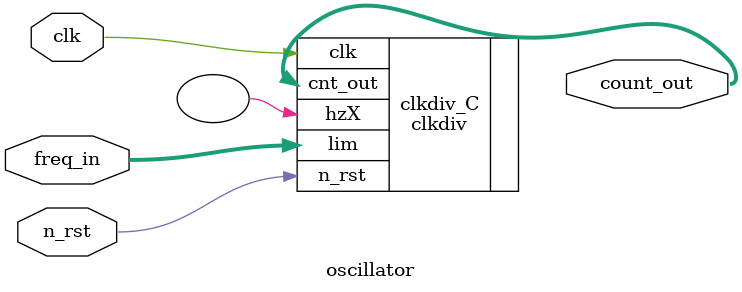
<source format=sv>

module oscillator (
    input logic clk,                    // clock input
    input logic n_rst,                  // reset input active low
    //input [15:0] freq_div_table [0:11], // frequency division table
    input logic [17:0] freq_in,         // input frequency
    //output [15:0] counts [0:11]         // output counts
    output logic [17:0] count_out
 
    );

    //instances of clkdiv
    clkdiv #(
        .BITLEN(18)
    ) clkdiv_C (
        .clk(clk),
        .n_rst(n_rst),
        .lim(freq_in),
        .cnt_out(count_out),
        .hzX()
    );

endmodule

</source>
